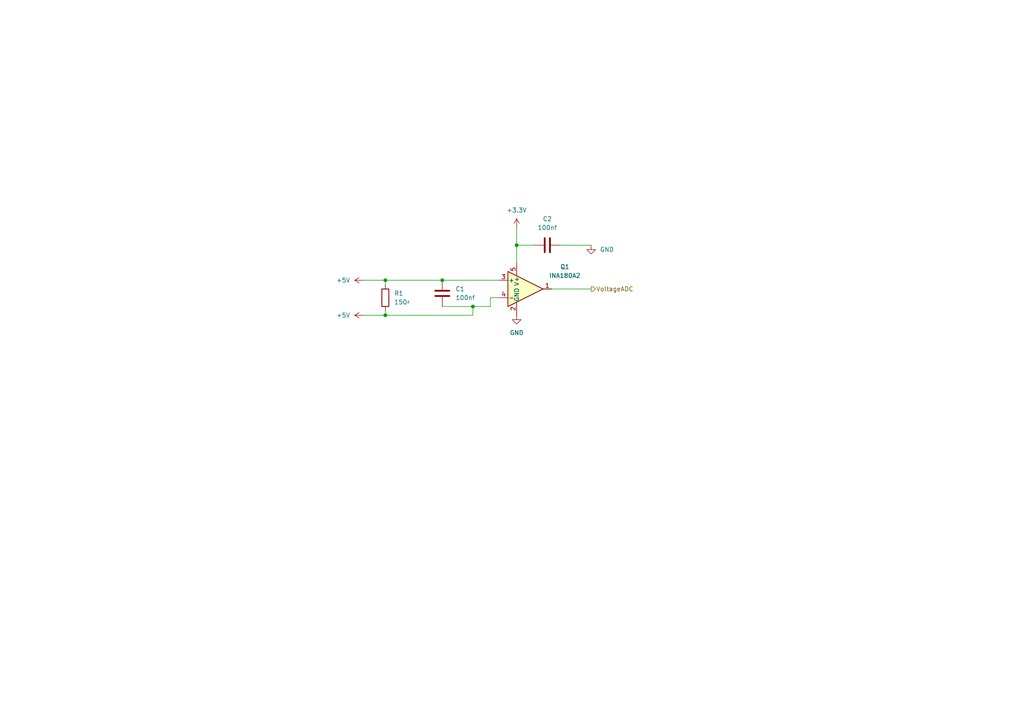
<source format=kicad_sch>
(kicad_sch (version 20250114) (generator "eeschema") (generator_version "9.0")
  (paper "A4")
  (lib_symbols
    (symbol "Amplifier_Current:INA180A2" (pin_names (offset 0.127))
      (property "Reference" "U" (at 3.81 3.81 0))
      (property "Value" "INA180A2" (at 3.81 -2.54 0))
      (symbol "INA180A2_0_1"
        (polyline (pts (xy 5.08 0) (xy -5.08 5.08) (xy -5.08 -5.08) (xy 5.08 0)) (stroke (width 0.254)) (fill (type background)))
      )
      (symbol "INA180A2_1_1"
        (pin input line (at -7.62 2.54 0) (length 2.54) (name "+") (number "3"))
        (pin input line (at -7.62 -2.54 0) (length 2.54) (name "-") (number "4"))
        (pin power_in line (at -2.54 7.62 270) (length 3.81) (name "V+") (number "5"))
        (pin power_in line (at -2.54 -7.62 90) (length 3.81) (name "GND") (number "2"))
        (pin output line (at 7.62 0 180) (length 2.54) (name "~") (number "1"))
      )
    )
    (symbol "Device:C" (pin_numbers (hide yes)) (pin_names (offset 0.254))
      (property "Reference" "C" (at 0.635 2.54 0))
      (property "Value" "C" (at 0.635 -2.54 0))
      (symbol "C_0_1"
        (polyline (pts (xy -2.032 0.762) (xy 2.032 0.762)) (stroke (width 0.508)))
        (polyline (pts (xy -2.032 -0.762) (xy 2.032 -0.762)) (stroke (width 0.508)))
      )
      (symbol "C_1_1"
        (pin passive line (at 0 3.81 270) (length 2.794) (name "~") (number "1"))
        (pin passive line (at 0 -3.81 90) (length 2.794) (name "~") (number "2"))
      )
    )
    (symbol "Device:R" (pin_numbers (hide yes)) (pin_names (offset 0))
      (property "Reference" "R" (at 2.032 0 90))
      (property "Value" "R" (at 0 0 90))
      (symbol "R_0_1"
        (rectangle (start -1.016 -2.54) (end 1.016 2.54) (stroke (width 0.254)))
      )
      (symbol "R_1_1"
        (pin passive line (at 0 3.81 270) (length 1.27) (name "~") (number "1"))
        (pin passive line (at 0 -3.81 90) (length 1.27) (name "~") (number "2"))
      )
    )
    (symbol "power:+3.3V" (power) (pin_numbers (hide yes)) (pin_names (offset 0) (hide yes))
      (property "Value" "+3.3V" (at 0 3.556 0))
      (symbol "+3.3V_0_1"
        (polyline (pts (xy -0.762 1.27) (xy 0 2.54)))
        (polyline (pts (xy 0 2.54) (xy 0.762 1.27)))
        (polyline (pts (xy 0 0) (xy 0 2.54)))
      )
      (symbol "+3.3V_1_1"
        (pin power_in line (at 0 0 90) (length 0) (name "~") (number "1"))
      )
    )
    (symbol "power:+5V" (power) (pin_numbers (hide yes)) (pin_names (offset 0) (hide yes))
      (property "Value" "+5V" (at 0 3.556 0))
      (symbol "+5V_0_1"
        (polyline (pts (xy -0.762 1.27) (xy 0 2.54)))
        (polyline (pts (xy 0 2.54) (xy 0.762 1.27)))
        (polyline (pts (xy 0 0) (xy 0 2.54)))
      )
      (symbol "+5V_1_1"
        (pin power_in line (at 0 0 90) (length 0) (name "~") (number "1"))
      )
    )
    (symbol "power:GND" (power) (pin_numbers (hide yes)) (pin_names (offset 0) (hide yes))
      (property "Value" "GND" (at 0 -3.81 0))
      (symbol "GND_0_1"
        (polyline (pts (xy 0 0) (xy 0 -1.27) (xy 1.27 -1.27) (xy 0 -2.54) (xy -1.27 -1.27) (xy 0 -1.27)))
      )
      (symbol "GND_1_1"
        (pin power_in line (at 0 0 270) (length 0) (name "~") (number "1"))
      )
    )
  )
  (junction (at 128.27 81.28))
  (junction (at 111.76 91.44))
  (junction (at 149.86 71.12))
  (junction (at 111.76 81.28))
  (junction (at 137.16 88.9))
  (wire (pts (xy 128.27 81.28) (xy 144.78 81.28)))
  (wire (pts (xy 111.76 82.55) (xy 111.76 81.28)))
  (wire (pts (xy 149.86 66.04) (xy 149.86 71.12)))
  (wire (pts (xy 171.45 71.12) (xy 162.56 71.12)))
  (wire (pts (xy 111.76 81.28) (xy 128.27 81.28)))
  (wire (pts (xy 137.16 91.44) (xy 137.16 88.9)))
  (wire (pts (xy 149.86 71.12) (xy 149.86 76.2)))
  (wire (pts (xy 142.24 88.9) (xy 142.24 86.36)))
  (wire (pts (xy 149.86 71.12) (xy 154.94 71.12)))
  (wire (pts (xy 142.24 86.36) (xy 144.78 86.36)))
  (wire (pts (xy 137.16 88.9) (xy 142.24 88.9)))
  (wire (pts (xy 111.76 91.44) (xy 137.16 91.44)))
  (wire (pts (xy 105.41 91.44) (xy 111.76 91.44)))
  (wire (pts (xy 128.27 88.9) (xy 137.16 88.9)))
  (wire (pts (xy 105.41 81.28) (xy 111.76 81.28)))
  (wire (pts (xy 111.76 91.44) (xy 111.76 90.17)))
  (wire (pts (xy 171.45 83.82) (xy 160.02 83.82)))
  (hierarchical_label "VoltageADC" (shape output) (at 171.45 83.82 0))
  (symbol (lib_id "Device:C") (at 128.27 85.09 0) (unit 1)
    (property "Reference" "C1" (at 132.08 83.8199 0) (effects (justify left)))
    (property "Value" "100nf" (at 132.08 86.3599 0) (effects (justify left)))
    (property "Footprint" "Capacitor_SMD:C_0805_2012Metric_Pad1.18x1.45mm_HandSolder" (effects (hide yes)))
    (property "Description" "Unpolarized capacitor" (effects (hide yes)))
    (property "LCSC Part" "C49678" (effects (hide yes)))
    (property "LCSC" "C49678" (effects (hide yes)))
  )
  (symbol (lib_id "power:+3.3V") (at 149.86 66.04 0) (unit 1)
    (property "Reference" "#PWR03" (effects (hide yes)))
    (property "Value" "+3.3V" (at 149.86 60.96 0))
    (property "Description" "Power symbol creates a global label with name \"+3.3V\"" (effects (hide yes)))
  )
  (symbol (lib_id "Device:C") (at 158.75 71.12 90) (unit 1)
    (property "Reference" "C2" (at 158.75 63.5 90))
    (property "Value" "100nf" (at 158.75 66.04 90))
    (property "Footprint" "Capacitor_SMD:C_0805_2012Metric_Pad1.18x1.45mm_HandSolder" (effects (hide yes)))
    (property "Description" "Unpolarized capacitor" (effects (hide yes)))
    (property "LCSC Part" "C49678" (effects (hide yes)))
    (property "LCSC" "C49678" (effects (hide yes)))
  )
  (symbol (lib_id "power:GND") (at 171.45 71.12 0) (unit 1)
    (property "Reference" "#PWR05" (effects (hide yes)))
    (property "Value" "GND" (at 173.99 72.3899 0) (effects (justify left)))
    (property "Description" "Power symbol creates a global label with name \"GND\" , ground" (effects (hide yes)))
  )
  (symbol (lib_id "Amplifier_Current:INA180A2") (at 152.4 83.82 0) (unit 1)
    (property "Reference" "Q1" (at 163.83 77.3998 0))
    (property "Value" "INA180A2" (at 163.83 79.9398 0))
    (property "Footprint" "Package_TO_SOT_SMD:SOT-23-5" (effects (hide yes)))
    (property "Datasheet" "http://www.ti.com/lit/ds/symlink/ina180.pdf" (effects (hide yes)))
    (property "Description" "Current Sense Amplifier, 1 Circuit, Rail-to-Rail, 26V, Gain 50 V/V, SOT-23-5" (effects (hide yes)))
    (property "LCSC Part" "C192764" (effects (hide yes)))
    (property "LCSC" "C192764" (effects (hide yes)))
  )
  (symbol (lib_id "power:GND") (at 149.86 91.44 0) (unit 1)
    (property "Reference" "#PWR04" (effects (hide yes)))
    (property "Value" "GND" (at 149.86 96.52 0))
    (property "Description" "Power symbol creates a global label with name \"GND\" , ground" (effects (hide yes)))
  )
  (symbol (lib_id "power:+5V") (at 105.41 91.44 90) (unit 1)
    (property "Reference" "#PWR02" (effects (hide yes)))
    (property "Value" "+5V" (at 101.6 91.4399 90) (effects (justify left)))
    (property "Description" "Power symbol creates a global label with name \"+5V\"" (effects (hide yes)))
  )
  (symbol (lib_id "power:+5V") (at 105.41 81.28 90) (unit 1)
    (property "Reference" "#PWR01" (effects (hide yes)))
    (property "Value" "+5V" (at 101.6 81.2799 90) (effects (justify left)))
    (property "Description" "Power symbol creates a global label with name \"+5V\"" (effects (hide yes)))
  )
  (symbol (lib_id "Device:R") (at 111.76 86.36 0) (unit 1)
    (property "Reference" "R1" (at 114.3 85.0899 0) (effects (justify left)))
    (property "Value" "150r" (at 114.3 87.6299 0) (effects (justify left)))
    (property "Footprint" "Resistor_SMD:R_1206_3216Metric" (effects (hide yes)))
    (property "Description" "Resistor" (effects (hide yes)))
    (property "LCSC Part" "C4293416" (effects (hide yes)))
    (property "LCSC" "C114523" (effects (hide yes)))
  )
)
</source>
